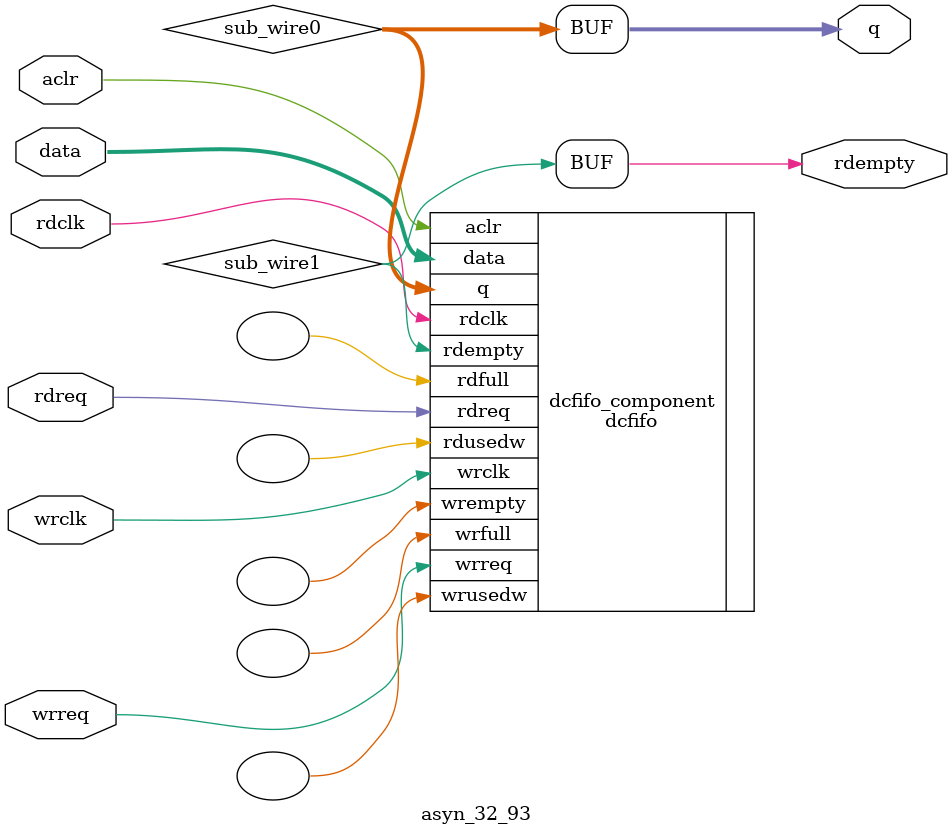
<source format=v>
module asyn_32_93 (
	aclr,
	data,
	rdclk,
	rdreq,
	wrclk,
	wrreq,
	q,
	rdempty);
	input	  aclr;
	input	[92:0]  data;
	input	  rdclk;
	input	  rdreq;
	input	  wrclk;
	input	  wrreq;
	output	[92:0]  q;
	output	  rdempty;
`ifndef ALTERA_RESERVED_QIS
// synopsys translate_off
`endif
	tri0	  aclr;
`ifndef ALTERA_RESERVED_QIS
// synopsys translate_on
`endif
	wire [92:0] sub_wire0;
	wire  sub_wire1;
	wire [92:0] q = sub_wire0[92:0];
	wire  rdempty = sub_wire1;
	dcfifo	dcfifo_component (
				.aclr (aclr),
				.data (data),
				.rdclk (rdclk),
				.rdreq (rdreq),
				.wrclk (wrclk),
				.wrreq (wrreq),
				.q (sub_wire0),
				.rdempty (sub_wire1),
				.rdfull (),
				.rdusedw (),
				.wrempty (),
				.wrfull (),
				.wrusedw ());
	defparam
		dcfifo_component.intended_device_family = "Stratix V",
		dcfifo_component.lpm_numwords = 32,
		dcfifo_component.lpm_showahead = "ON",
		dcfifo_component.lpm_type = "dcfifo",
		dcfifo_component.lpm_width = 93,
		dcfifo_component.lpm_widthu = 5,
		dcfifo_component.overflow_checking = "ON",
		dcfifo_component.rdsync_delaypipe = 5,
		dcfifo_component.read_aclr_synch = "OFF",
		dcfifo_component.underflow_checking = "ON",
		dcfifo_component.use_eab = "ON",
		dcfifo_component.write_aclr_synch = "OFF",
		dcfifo_component.wrsync_delaypipe = 5;
endmodule
</source>
